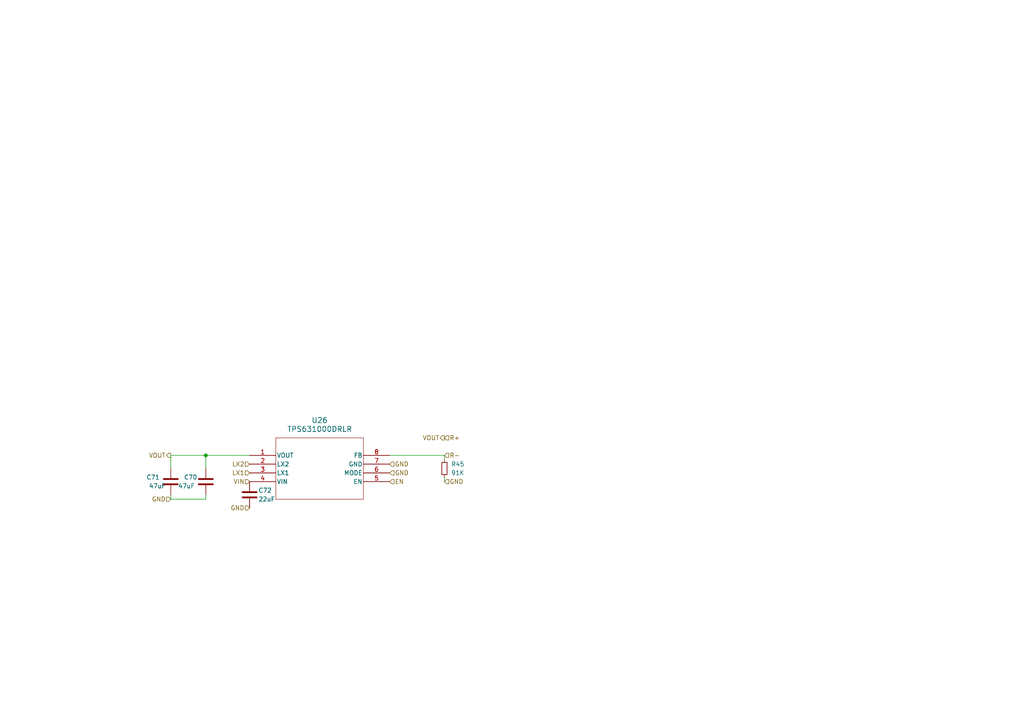
<source format=kicad_sch>
(kicad_sch (version 20250114) (generator "eeschema") (generator_version "9.0")
  (paper "A4")
  (lib_symbols
    (symbol "Common:TPS631000DRLR" (pin_names (offset 0.254))
      (property "Reference" "U" (at 20.32 10.16 0))
      (property "Value" "TPS631000DRLR" (at 20.32 7.62 0))
      (symbol "TPS631000DRLR_0_1"
        (polyline (pts (xy 7.62 5.08) (xy 7.62 -12.7)) (stroke (width 0.127)))
        (polyline (pts (xy 7.62 -12.7) (xy 33.02 -12.7)) (stroke (width 0.127)))
        (polyline (pts (xy 33.02 5.08) (xy 7.62 5.08)) (stroke (width 0.127)))
        (polyline (pts (xy 33.02 -12.7) (xy 33.02 5.08)) (stroke (width 0.127)))
        (pin power_in line (at 0 -7.62 0) (length 7.62) (name "VIN") (number "4"))
        (pin power_in line (at 40.64 -2.54 180) (length 7.62) (name "GND") (number "7"))
      )
      (symbol "TPS631000DRLR_1_1"
        (pin power_out line (at 0 0 0) (length 7.62) (name "VOUT") (number "1"))
        (pin passive line (at 0 -2.54 0) (length 7.62) (name "LX2") (number "2"))
        (pin passive line (at 0 -5.08 0) (length 7.62) (name "LX1") (number "3"))
        (pin passive line (at 40.64 0 180) (length 7.62) (name "FB") (number "8"))
        (pin passive line (at 40.64 -5.08 180) (length 7.62) (name "MODE") (number "6"))
        (pin passive line (at 40.64 -7.62 180) (length 7.62) (name "EN") (number "5"))
      )
    )
    (symbol "Device:C" (pin_numbers (hide yes)) (pin_names (offset 0.254))
      (property "Reference" "C" (at 0.635 2.54 0))
      (property "Value" "C" (at 0.635 -2.54 0))
      (symbol "C_0_1"
        (polyline (pts (xy -2.032 0.762) (xy 2.032 0.762)) (stroke (width 0.508)))
        (polyline (pts (xy -2.032 -0.762) (xy 2.032 -0.762)) (stroke (width 0.508)))
      )
      (symbol "C_1_1"
        (pin passive line (at 0 3.81 270) (length 2.794) (name "~") (number "1"))
        (pin passive line (at 0 -3.81 90) (length 2.794) (name "~") (number "2"))
      )
    )
    (symbol "Device:R_Small" (pin_numbers (hide yes)) (pin_names (offset 0.254) (hide yes))
      (property "Reference" "R" (at 0 0 90))
      (property "Value" "R_Small" (at 1.778 0 90))
      (symbol "R_Small_0_1"
        (rectangle (start -0.762 1.778) (end 0.762 -1.778) (stroke (width 0.2032)))
      )
      (symbol "R_Small_1_1"
        (pin passive line (at 0 2.54 270) (length 0.762) (name "~") (number "1"))
        (pin passive line (at 0 -2.54 90) (length 0.762) (name "~") (number "2"))
      )
    )
  )
  (junction (at 59.69 132.08))
  (wire (pts (xy 128.905 132.08) (xy 113.03 132.08)))
  (wire (pts (xy 49.53 135.89) (xy 49.53 132.08)))
  (wire (pts (xy 49.53 132.08) (xy 59.69 132.08)))
  (wire (pts (xy 128.905 139.7) (xy 128.905 138.43)))
  (wire (pts (xy 59.69 135.89) (xy 59.69 132.08)))
  (wire (pts (xy 59.69 132.08) (xy 72.39 132.08)))
  (wire (pts (xy 128.905 132.08) (xy 128.905 133.35)))
  (wire (pts (xy 49.53 144.78) (xy 49.53 143.51)))
  (wire (pts (xy 59.69 144.78) (xy 59.69 143.51)))
  (wire (pts (xy 59.69 144.78) (xy 49.53 144.78)))
  (hierarchical_label "GND" (shape input) (at 128.905 139.7 0))
  (hierarchical_label "GND" (shape input) (at 49.53 144.78 180))
  (hierarchical_label "GND" (shape input) (at 113.03 137.16 0))
  (hierarchical_label "R-" (shape input) (at 128.905 132.08 0))
  (hierarchical_label "GND" (shape input) (at 72.39 147.32 180))
  (hierarchical_label "VIN" (shape input) (at 72.39 139.7 180))
  (hierarchical_label "VOUT" (shape output) (at 49.53 132.08 180))
  (hierarchical_label "R+" (shape input) (at 128.905 127 0))
  (hierarchical_label "LX1" (shape input) (at 72.39 137.16 180))
  (hierarchical_label "GND" (shape input) (at 113.03 134.62 0))
  (hierarchical_label "EN" (shape input) (at 113.03 139.7 0))
  (hierarchical_label "LX2" (shape input) (at 72.39 134.62 180))
  (hierarchical_label "VOUT" (shape output) (at 128.905 127 180))
  (symbol (lib_id "Common:TPS631000DRLR") (at 72.39 132.08 0) (unit 1)
    (property "Reference" "U23" (at 92.71 121.92 0) (effects (font (size 1.524 1.524))))
    (property "Value" "TPS631000DRLR" (at 92.71 124.46 0) (effects (font (size 1.524 1.524))))
    (property "Footprint" "Common:TPS631000DRLR_TEX" (effects (hide yes)))
    (property "Datasheet" "https://www.ti.com/lit/ds/symlink/tps631000.pdf" (effects (hide yes)))
    (property "Description" "Non-Isolated PoL Module DC DC Converter 1 Output 1.2 ~ 5.3V 2A 1.6V - 5.5V Input" (effects (hide yes)))
    (property "Manufacturer" "TI" (effects (hide yes)))
    (property "Part Number" "TPS631000DRLR" (effects (hide yes)))
    (instances (project "EPS" (path "" (reference "U26") (unit 1)) (path "" (reference "U6") (unit 1)) (path "" (reference "U10") (unit 1)) (path "" (reference "U9") (unit 1))) (project "aux_board" (path "" (reference "U8") (unit 1)) (path "" (reference "U6") (unit 1)) (path "" (reference "U9") (unit 1)) (path "" (reference "U7") (unit 1))) (project "sci_board" (path "" (reference "U24") (unit 1)) (path "" (reference "U23") (unit 1))))
  )
  (symbol (lib_id "Device:R_Small") (at 128.905 135.89 0) (unit 1)
    (property "Reference" "R28" (at 130.81 134.62 0) (effects (justify left)))
    (property "Value" "91K" (at 130.81 137.16 0) (effects (justify left)))
    (property "Footprint" "Resistor_SMD:R_0402_1005Metric_Pad0.72x0.64mm_HandSolder" (effects (hide yes)))
    (property "Datasheet" "https://www.yageo.com/upload/media/product/products/datasheet/rchip/PYu-RC_Group_51_RoHS_L_12.pdf" (effects (hide yes)))
    (property "Description" "Resistor" (effects (hide yes)))
    (property "Tolerance" "1" (effects (hide yes)))
    (property "Manufacturer" "YAGEO" (effects (hide yes)))
    (property "Part Number" "RC0402FR-0791KL " (effects (hide yes)))
    (instances (project "EPS" (path "" (reference "R45") (unit 1)) (path "" (reference "R7") (unit 1)) (path "" (reference "R13") (unit 1)) (path "" (reference "R12") (unit 1))) (project "aux_board" (path "" (reference "R28") (unit 1)) (path "" (reference "R26") (unit 1)) (path "" (reference "R29") (unit 1)) (path "" (reference "R27") (unit 1))) (project "sci_board" (path "" (reference "R29") (unit 1)) (path "" (reference "R28") (unit 1))))
  )
  (symbol (lib_id "Device:C") (at 72.39 143.51 0) (unit 1)
    (property "Reference" "C84" (at 74.93 142.24 0) (effects (justify left)))
    (property "Value" "22uF" (at 74.93 144.78 0) (effects (justify left)))
    (property "Footprint" "Capacitor_SMD:C_0603_1608Metric_Pad1.08x0.95mm_HandSolder" (effects (hide yes)))
    (property "Datasheet" "https://search.murata.co.jp/Ceramy/image/img/A01X/G101/ENG/GRM188R61A226ME15-01.pdf" (effects (hide yes)))
    (property "Description" "Unpolarized capacitor" (effects (hide yes)))
    (property "Tolerance" "20" (effects (hide yes)))
    (property "Voltage" "10" (effects (hide yes)))
    (property "Temperture Coefficient" "X5R" (effects (hide yes)))
    (property "Manufacturer" "Murata" (effects (hide yes)))
    (property "Part Number" "GRM188R61A226ME15D" (effects (hide yes)))
    (instances (project "EPS" (path "" (reference "C72") (unit 1)) (path "" (reference "C30") (unit 1)) (path "" (reference "C44") (unit 1)) (path "" (reference "C41") (unit 1))) (project "aux_board" (path "" (reference "C41") (unit 1)) (path "" (reference "C35") (unit 1)) (path "" (reference "C44") (unit 1)) (path "" (reference "C38") (unit 1))) (project "sci_board" (path "" (reference "C88") (unit 1)) (path "" (reference "C84") (unit 1))))
  )
  (symbol (lib_id "Device:C") (at 49.53 139.7 0) (mirror y) (unit 1)
    (property "Reference" "C82" (at 53.34 138.4299 0) (effects (justify right)))
    (property "Value" "47uF" (at 43.18 140.97 0) (effects (justify right)))
    (property "Footprint" "Capacitor_SMD:C_0805_2012Metric_Pad1.18x1.45mm_HandSolder" (effects (hide yes)))
    (property "Datasheet" "https://mm.digikey.com/Volume0/opasdata/d220001/medias/docus/6223/Chip_Multilayer_CC_CAT_Rev21.pdf" (effects (hide yes)))
    (property "Description" "Unpolarized capacitor" (effects (hide yes)))
    (property "Tolerance" "20" (effects (hide yes)))
    (property "Voltage" "10" (effects (hide yes)))
    (property "Temperture Coefficient" "X5R" (effects (hide yes)))
    (property "Manufacturer" "Murata" (effects (hide yes)))
    (property "Part Number" "GRM21BR61A476ME15K" (effects (hide yes)))
    (instances (project "EPS" (path "" (reference "C70") (unit 1)) (path "" (reference "C28") (unit 1)) (path "" (reference "C42") (unit 1)) (path "" (reference "C39") (unit 1))) (project "aux_board" (path "" (reference "C39") (unit 1)) (path "" (reference "C33") (unit 1)) (path "" (reference "C42") (unit 1)) (path "" (reference "C36") (unit 1))) (project "sci_board" (path "" (reference "C86") (unit 1)) (path "" (reference "C82") (unit 1))))
  )
  (symbol (lib_id "Device:C") (at 59.69 139.7 0) (mirror y) (unit 1)
    (property "Reference" "C83" (at 46.355 138.43 0) (effects (justify left)))
    (property "Value" "47uF" (at 56.515 140.9699 0) (effects (justify left)))
    (property "Footprint" "Capacitor_SMD:C_0805_2012Metric_Pad1.18x1.45mm_HandSolder" (effects (hide yes)))
    (property "Datasheet" "https://mm.digikey.com/Volume0/opasdata/d220001/medias/docus/6223/Chip_Multilayer_CC_CAT_Rev21.pdf" (effects (hide yes)))
    (property "Description" "Unpolarized capacitor" (effects (hide yes)))
    (property "Tolerance" "20" (effects (hide yes)))
    (property "Voltage" "10" (effects (hide yes)))
    (property "Temperture Coefficient" "X5R" (effects (hide yes)))
    (property "Manufacturer" "Murata" (effects (hide yes)))
    (property "Part Number" "GRM21BR61A476ME15K" (effects (hide yes)))
    (instances (project "EPS" (path "" (reference "C71") (unit 1)) (path "" (reference "C29") (unit 1)) (path "" (reference "C43") (unit 1)) (path "" (reference "C40") (unit 1))) (project "aux_board" (path "" (reference "C40") (unit 1)) (path "" (reference "C34") (unit 1)) (path "" (reference "C43") (unit 1)) (path "" (reference "C37") (unit 1))) (project "sci_board" (path "" (reference "C87") (unit 1)) (path "" (reference "C83") (unit 1))))
  )
)
</source>
